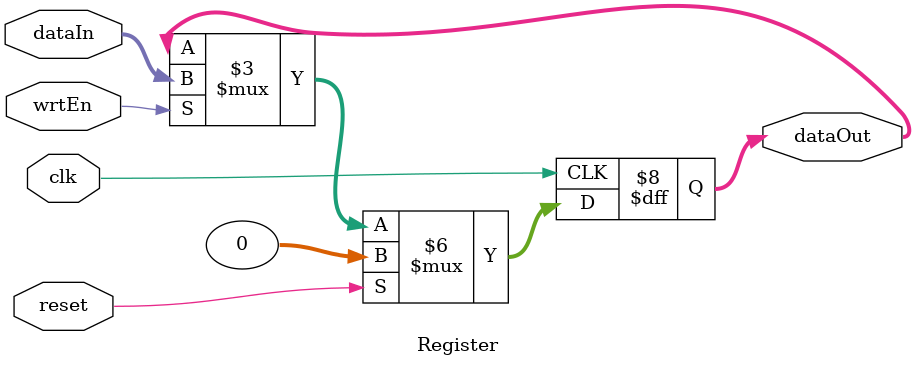
<source format=v>
module Register(clk, reset, wrtEn, dataIn, dataOut);
	parameter BIT_WIDTH = 32;
	parameter RESET_VALUE = 0;
	
	input clk, reset, wrtEn;
	input[BIT_WIDTH - 1: 0] dataIn;
	output[BIT_WIDTH - 1: 0] dataOut;
	reg[BIT_WIDTH - 1: 0] dataOut = RESET_VALUE;	
    
	always @(posedge clk) begin
		if (reset)
			dataOut <= RESET_VALUE;
		else if (wrtEn)
			dataOut <= dataIn;
	end
	
endmodule
</source>
